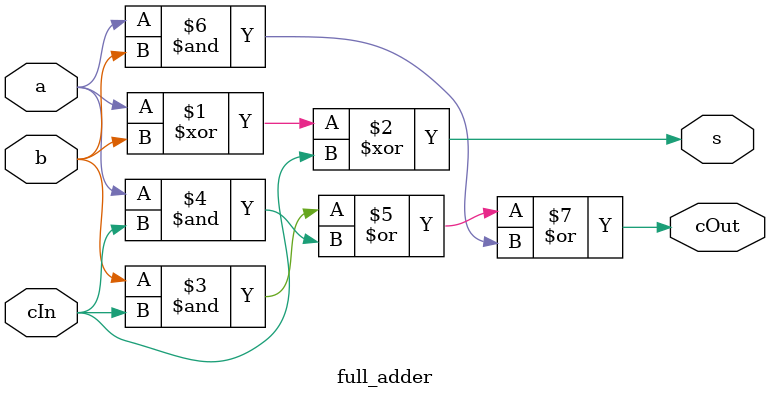
<source format=v>
module full_adder(a, b, cIn, s, cOut);

    input a, b, cIn;
    output s, cOut;

    assign s = a ^ b ^ cIn;
    assign cOut = (b & cIn) | (a & cIn) | (a & b);

endmodule
</source>
